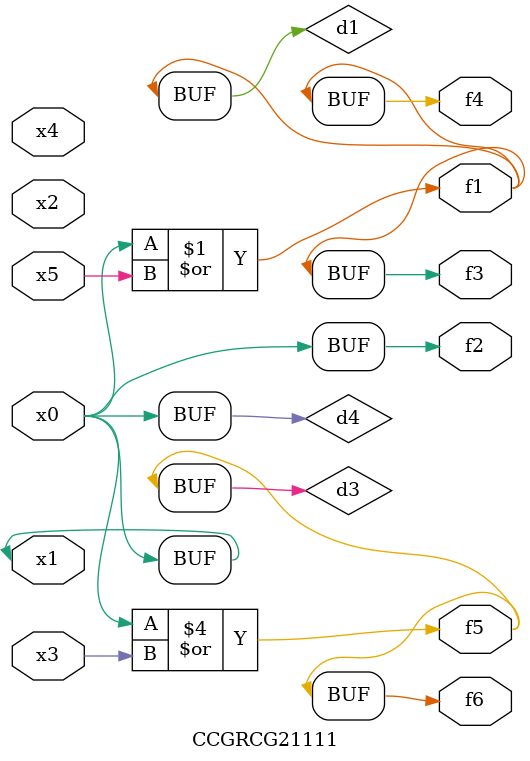
<source format=v>
module CCGRCG21111(
	input x0, x1, x2, x3, x4, x5,
	output f1, f2, f3, f4, f5, f6
);

	wire d1, d2, d3, d4;

	or (d1, x0, x5);
	xnor (d2, x1, x4);
	or (d3, x0, x3);
	buf (d4, x0, x1);
	assign f1 = d1;
	assign f2 = d4;
	assign f3 = d1;
	assign f4 = d1;
	assign f5 = d3;
	assign f6 = d3;
endmodule

</source>
